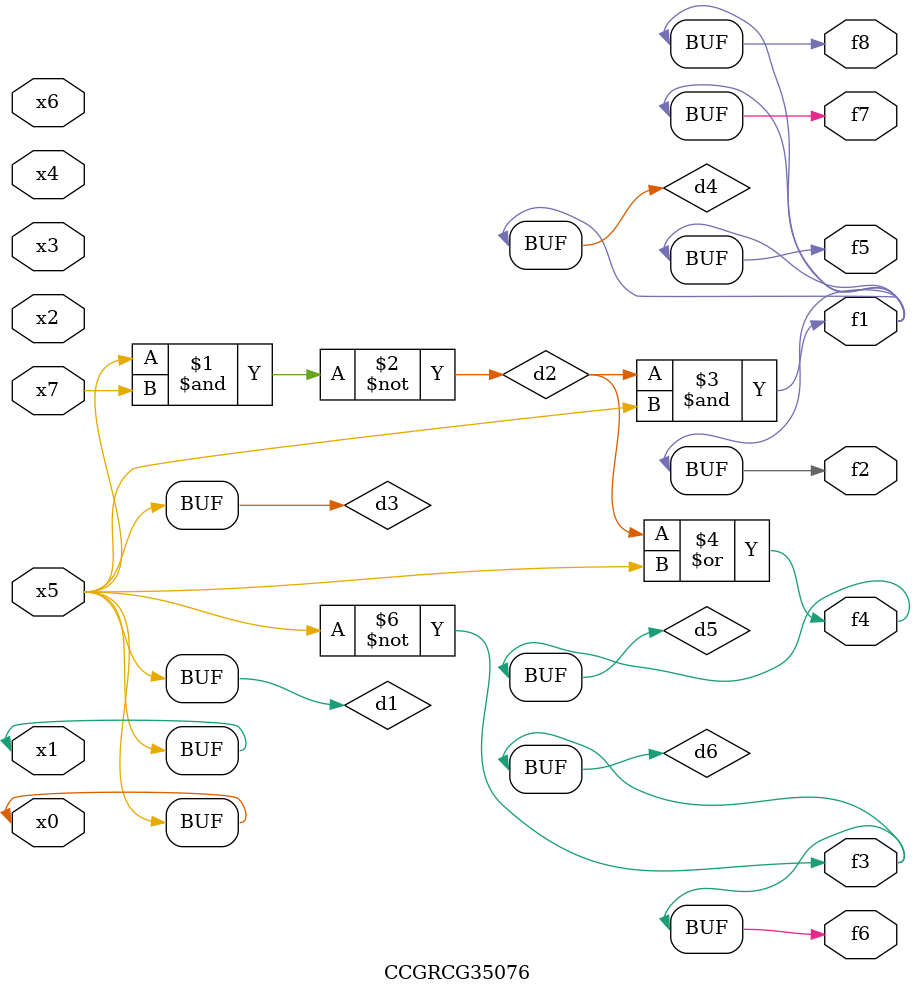
<source format=v>
module CCGRCG35076(
	input x0, x1, x2, x3, x4, x5, x6, x7,
	output f1, f2, f3, f4, f5, f6, f7, f8
);

	wire d1, d2, d3, d4, d5, d6;

	buf (d1, x0, x5);
	nand (d2, x5, x7);
	buf (d3, x0, x1);
	and (d4, d2, d3);
	or (d5, d2, d3);
	nor (d6, d1, d3);
	assign f1 = d4;
	assign f2 = d4;
	assign f3 = d6;
	assign f4 = d5;
	assign f5 = d4;
	assign f6 = d6;
	assign f7 = d4;
	assign f8 = d4;
endmodule

</source>
